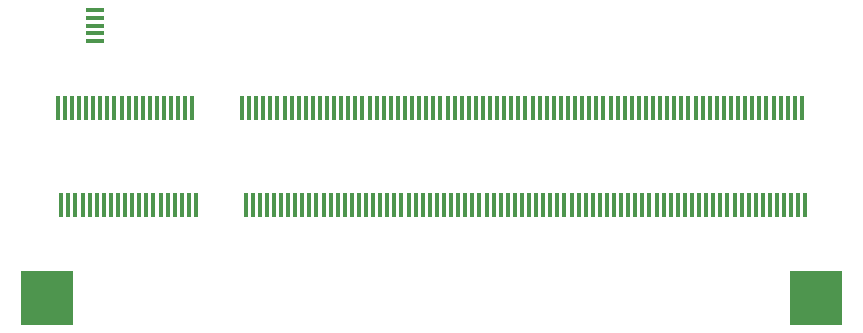
<source format=gbp>
%TF.GenerationSoftware,KiCad,Pcbnew,(6.0.9)*%
%TF.CreationDate,2022-11-25T11:26:23-05:00*%
%TF.ProjectId,hub,6875622e-6b69-4636-9164-5f7063625858,rev?*%
%TF.SameCoordinates,Original*%
%TF.FileFunction,Paste,Bot*%
%TF.FilePolarity,Positive*%
%FSLAX46Y46*%
G04 Gerber Fmt 4.6, Leading zero omitted, Abs format (unit mm)*
G04 Created by KiCad (PCBNEW (6.0.9)) date 2022-11-25 11:26:23*
%MOMM*%
%LPD*%
G01*
G04 APERTURE LIST*
%ADD10R,0.350000X2.000000*%
%ADD11R,4.500000X4.600000*%
%ADD12R,1.500000X0.450000*%
G04 APERTURE END LIST*
D10*
%TO.C,J1*%
X-31650000Y12100000D03*
X-31350000Y3900000D03*
X-31050000Y12100000D03*
X-30750000Y3900000D03*
X-30450000Y12100000D03*
X-30150000Y3900000D03*
X-29850000Y12100000D03*
X-29550000Y3900000D03*
X-29250000Y12100000D03*
X-28950000Y3900000D03*
X-28650000Y12100000D03*
X-28350000Y3900000D03*
X-28050000Y12100000D03*
X-27750000Y3900000D03*
X-27450000Y12100000D03*
X-27150000Y3900000D03*
X-26850000Y12100000D03*
X-26550000Y3900000D03*
X-26250000Y12100000D03*
X-25950000Y3900000D03*
X-25650000Y12100000D03*
X-25350000Y3900000D03*
X-25050000Y12100000D03*
X-24750000Y3900000D03*
X-24450000Y12100000D03*
X-24150000Y3900000D03*
X-23850000Y12100000D03*
X-23550000Y3900000D03*
X-23250000Y12100000D03*
X-22950000Y3900000D03*
X-22650000Y12100000D03*
X-22350000Y3900000D03*
X-22050000Y12100000D03*
X-21750000Y3900000D03*
X-21450000Y12100000D03*
X-21150000Y3900000D03*
X-20850000Y12100000D03*
X-20550000Y3900000D03*
X-20250000Y12100000D03*
X-19950000Y3900000D03*
X-16050000Y12100000D03*
X-15750000Y3900000D03*
X-15450000Y12100000D03*
X-15150000Y3900000D03*
X-14850000Y12100000D03*
X-14550000Y3900000D03*
X-14250000Y12100000D03*
X-13950000Y3900000D03*
X-13650000Y12100000D03*
X-13350000Y3900000D03*
X-13050000Y12100000D03*
X-12750000Y3900000D03*
X-12450000Y12100000D03*
X-12150000Y3900000D03*
X-11850000Y12100000D03*
X-11550000Y3900000D03*
X-11250000Y12100000D03*
X-10950000Y3900000D03*
X-10650000Y12100000D03*
X-10350000Y3900000D03*
X-10050000Y12100000D03*
X-9750000Y3900000D03*
X-9450000Y12100000D03*
X-9150000Y3900000D03*
X-8850000Y12100000D03*
X-8550000Y3900000D03*
X-8250000Y12100000D03*
X-7950000Y3900000D03*
X-7650000Y12100000D03*
X-7350000Y3900000D03*
X-7050000Y12100000D03*
X-6750000Y3900000D03*
X-6450000Y12100000D03*
X-6150000Y3900000D03*
X-5850000Y12100000D03*
X-5550000Y3900000D03*
X-5250000Y12100000D03*
X-4950000Y3900000D03*
X-4650000Y12100000D03*
X-4350000Y3900000D03*
X-4050000Y12100000D03*
X-3750000Y3900000D03*
X-3450000Y12100000D03*
X-3150000Y3900000D03*
X-2850000Y12100000D03*
X-2550000Y3900000D03*
X-2250000Y12100000D03*
X-1950000Y3900000D03*
X-1650000Y12100000D03*
X-1350000Y3900000D03*
X-1050000Y12100000D03*
X-750000Y3900000D03*
X-450000Y12100000D03*
X-150000Y3900000D03*
X150000Y12100000D03*
X450000Y3900000D03*
X750000Y12100000D03*
X1050000Y3900000D03*
X1350000Y12100000D03*
X1650000Y3900000D03*
X1950000Y12100000D03*
X2250000Y3900000D03*
X2550000Y12100000D03*
X2850000Y3900000D03*
X3150000Y12100000D03*
X3450000Y3900000D03*
X3750000Y12100000D03*
X4050000Y3900000D03*
X4350000Y12100000D03*
X4650000Y3900000D03*
X4950000Y12100000D03*
X5250000Y3900000D03*
X5550000Y12100000D03*
X5850000Y3900000D03*
X6150000Y12100000D03*
X6450000Y3900000D03*
X6750000Y12100000D03*
X7050000Y3900000D03*
X7350000Y12100000D03*
X7650000Y3900000D03*
X7950000Y12100000D03*
X8250000Y3900000D03*
X8550000Y12100000D03*
X8850000Y3900000D03*
X9150000Y12100000D03*
X9450000Y3900000D03*
X9750000Y12100000D03*
X10050000Y3900000D03*
X10350000Y12100000D03*
X10650000Y3900000D03*
X10950000Y12100000D03*
X11250000Y3900000D03*
X11550000Y12100000D03*
X11850000Y3900000D03*
X12150000Y12100000D03*
X12450000Y3900000D03*
X12750000Y12100000D03*
X13050000Y3900000D03*
X13350000Y12100000D03*
X13650000Y3900000D03*
X13950000Y12100000D03*
X14250000Y3900000D03*
X14550000Y12100000D03*
X14850000Y3900000D03*
X15150000Y12100000D03*
X15450000Y3900000D03*
X15750000Y12100000D03*
X16050000Y3900000D03*
X16350000Y12100000D03*
X16650000Y3900000D03*
X16950000Y12100000D03*
X17250000Y3900000D03*
X17550000Y12100000D03*
X17850000Y3900000D03*
X18150000Y12100000D03*
X18450000Y3900000D03*
X18750000Y12100000D03*
X19050000Y3900000D03*
X19350000Y12100000D03*
X19650000Y3900000D03*
X19950000Y12100000D03*
X20250000Y3900000D03*
X20550000Y12100000D03*
X20850000Y3900000D03*
X21150000Y12100000D03*
X21450000Y3900000D03*
X21750000Y12100000D03*
X22050000Y3900000D03*
X22350000Y12100000D03*
X22650000Y3900000D03*
X22950000Y12100000D03*
X23250000Y3900000D03*
X23550000Y12100000D03*
X23850000Y3900000D03*
X24150000Y12100000D03*
X24450000Y3900000D03*
X24750000Y12100000D03*
X25050000Y3900000D03*
X25350000Y12100000D03*
X25650000Y3900000D03*
X25950000Y12100000D03*
X26250000Y3900000D03*
X26550000Y12100000D03*
X26850000Y3900000D03*
X27150000Y12100000D03*
X27450000Y3900000D03*
X27750000Y12100000D03*
X28050000Y3900000D03*
X28350000Y12100000D03*
X28650000Y3900000D03*
X28950000Y12100000D03*
X29250000Y3900000D03*
X29550000Y12100000D03*
X29850000Y3900000D03*
X30150000Y12100000D03*
X30450000Y3900000D03*
X30750000Y12100000D03*
X31050000Y3900000D03*
X31350000Y12100000D03*
X31650000Y3900000D03*
D11*
X-32550000Y-4000000D03*
X32550000Y-4000000D03*
%TD*%
D12*
%TO.C,J28*%
X-28500000Y17750000D03*
X-28500000Y18400000D03*
X-28500000Y19050000D03*
X-28500000Y19700000D03*
X-28500000Y20350000D03*
%TD*%
M02*

</source>
